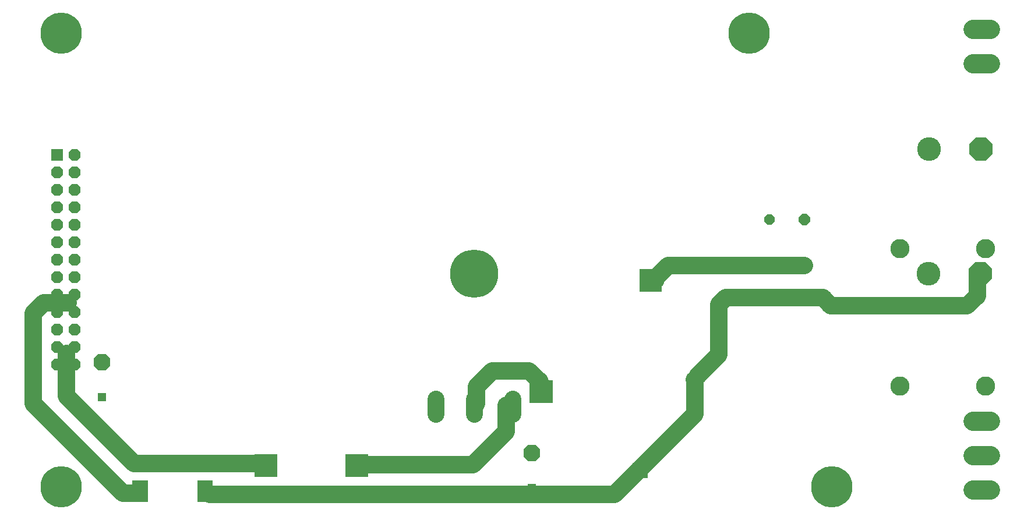
<source format=gbs>
G75*
G70*
%OFA0B0*%
%FSLAX24Y24*%
%IPPOS*%
%LPD*%
%AMOC8*
5,1,8,0,0,1.08239X$1,22.5*
%
%ADD10C,0.1000*%
%ADD11C,0.0973*%
%ADD12C,0.2759*%
%ADD13R,0.0674X0.0674*%
%ADD14OC8,0.0674*%
%ADD15C,0.1360*%
%ADD16OC8,0.1360*%
%ADD17C,0.1100*%
%ADD18OC8,0.0946*%
%ADD19R,0.0516X0.0516*%
%ADD20OC8,0.0640*%
%ADD21OC8,0.0600*%
%ADD22C,0.1100*%
%ADD23R,0.0516X0.0516*%
%ADD24C,0.2365*%
D10*
X008006Y009629D02*
X013156Y004479D01*
X013931Y004479D01*
X013781Y006179D02*
X020756Y006179D01*
X018106Y004429D02*
X041281Y004429D01*
X045881Y009029D01*
X045881Y010979D01*
X045856Y011004D01*
X046006Y011179D02*
X046031Y011179D01*
X046006Y011179D02*
X047256Y012429D01*
X047256Y015279D01*
X047656Y015679D01*
X053206Y015679D01*
X053656Y015229D01*
X061456Y015229D01*
X062031Y015804D01*
X062031Y016754D01*
X052156Y017529D02*
X044356Y017529D01*
X043656Y016829D01*
X043656Y016704D01*
X037006Y010879D02*
X036381Y011504D01*
X034281Y011504D01*
X033381Y010604D01*
X033381Y009629D01*
X035081Y009529D02*
X035081Y008029D01*
X033181Y006129D01*
X027156Y006129D01*
X037006Y010504D02*
X037006Y010879D01*
X013781Y006179D02*
X009906Y010054D01*
X009906Y012479D01*
X008006Y014779D02*
X008006Y009629D01*
X008006Y014779D02*
X008606Y015379D01*
X010006Y015379D01*
D11*
X031036Y009897D02*
X031036Y009012D01*
X033236Y009012D02*
X033236Y009897D01*
X035436Y009897D02*
X035436Y009012D01*
D12*
X033236Y017055D03*
D13*
X009362Y023870D03*
D14*
X009362Y022870D03*
X010362Y022870D03*
X010362Y023870D03*
X010362Y021870D03*
X009362Y021870D03*
X009362Y020870D03*
X010362Y020870D03*
X010362Y019870D03*
X009362Y019870D03*
X009362Y018870D03*
X009362Y017870D03*
X010362Y017870D03*
X010362Y018870D03*
X010362Y016870D03*
X009362Y016870D03*
X009362Y015870D03*
X009362Y014870D03*
X010362Y014870D03*
X010362Y015870D03*
X010362Y013870D03*
X009362Y013870D03*
X009362Y012870D03*
X009362Y011870D03*
X010362Y011870D03*
X010362Y012870D03*
D15*
X059254Y017054D03*
X059279Y024204D03*
D16*
X062232Y024204D03*
X062207Y017054D03*
D17*
X061781Y008616D02*
X062781Y008616D01*
X062781Y006647D02*
X061781Y006647D01*
X061781Y004679D02*
X062781Y004679D01*
X062781Y029104D02*
X061781Y029104D01*
X061781Y031072D02*
X062781Y031072D01*
D18*
X036531Y006804D03*
X011956Y011979D03*
D19*
X011956Y009979D03*
X036531Y004804D03*
D20*
X052156Y020154D03*
D21*
X050156Y020154D03*
D22*
X057595Y018491D03*
X062516Y018491D03*
X062516Y010617D03*
X057595Y010617D03*
D23*
X043756Y016254D03*
X043356Y016254D03*
X042956Y016254D03*
X042956Y016679D03*
X043356Y016679D03*
X043756Y016679D03*
X043756Y017104D03*
X043356Y017104D03*
X042956Y017104D03*
X037506Y010729D03*
X037506Y010304D03*
X037506Y009879D03*
X037081Y009879D03*
X037081Y010304D03*
X037081Y010729D03*
X036656Y010729D03*
X036656Y010304D03*
X036656Y009879D03*
X042556Y005979D03*
X042956Y005979D03*
X042956Y005579D03*
X042556Y005579D03*
X026956Y005654D03*
X026531Y005654D03*
X026106Y005654D03*
X026106Y006079D03*
X026531Y006079D03*
X026956Y006079D03*
X026956Y006504D03*
X026531Y006504D03*
X026106Y006504D03*
X021756Y006504D03*
X021756Y006079D03*
X021331Y006079D03*
X021331Y006504D03*
X020906Y006504D03*
X020906Y006079D03*
X020906Y005654D03*
X021331Y005654D03*
X021756Y005654D03*
X018056Y004979D03*
X018056Y004604D03*
X018056Y004229D03*
X017631Y004229D03*
X017631Y004604D03*
X017631Y004979D03*
X014331Y004979D03*
X014331Y004604D03*
X014331Y004229D03*
X013906Y004229D03*
X013906Y004604D03*
X013906Y004979D03*
D24*
X009614Y004850D03*
X009614Y030834D03*
X048985Y030834D03*
X053709Y004850D03*
M02*

</source>
